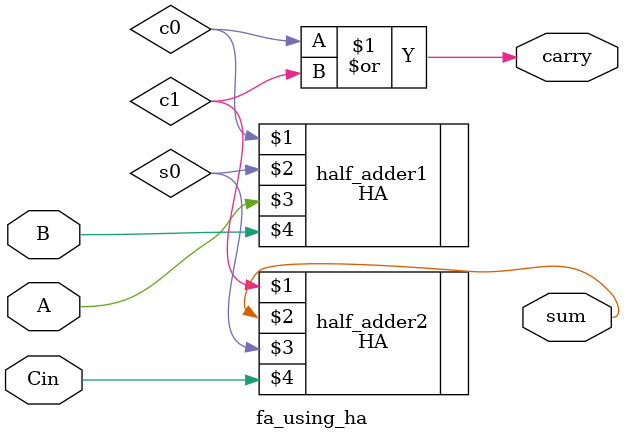
<source format=v>
module fa_using_ha(carry, sum, A, B, Cin);
input A,B,Cin;
output carry, sum;
wire c0,c1,s0;

HA half_adder1(c0,s0,A,B);
HA half_adder2(c1,sum,s0,Cin);
or G1(carry, c0,c1);

endmodule
</source>
